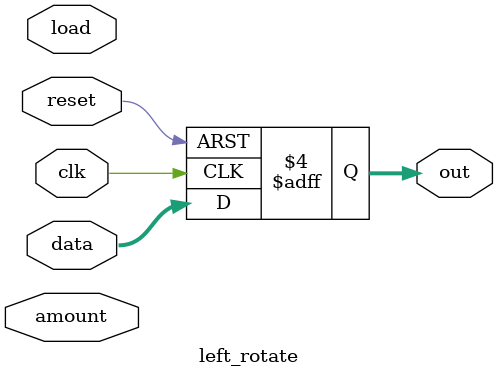
<source format=v>
module left_rotate(clk,reset,amount,data,load,out);
input clk,reset;
input [2:0] amount;
input [7:0] data;
input load;
output reg [7:0] out;
// when load is high, load data to out
// otherwise rotate the out register followed by left shift the out register by amount bits
always @ (posedge clk, posedge reset)
begin
	if (reset)
	begin
	out <= 8'b0;
	end
	else
	begin
	if(load)
	out <= data;
	else
	begin
	out <= {data[7] , data[6] , data[5] , data[4] , data[3] , data[2] , data[1] , data[0]};
	end
	end
end
endmodule

</source>
